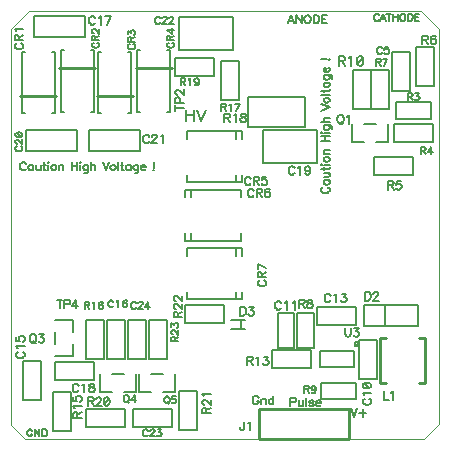
<source format=gto>
G04*
G04  File:            OPENGEIGER1.0.GTO, Sat Apr 20 15:36:22 2019*
G04  Source:          P-CAD 2004 PCB, Version 18.03.448, (C:\Users\Kent\Documents\customers\Medcom\OpenSource\OpenGeiger\OpenGeiger1.0.PCB)*
G04  Format:          Gerber Format (RS-274-D), ASCII*
G04*
G04  Format Options:  Absolute Positioning*
G04                   Leading-Zero Suppression*
G04                   Scale Factor 1:1*
G04                   NO Circular Interpolation*
G04                   Inch Units*
G04                   Numeric Format: 4.4 (XXXX.XXXX)*
G04                   G54 NOT Used for Aperture Change*
G04                   Apertures Embedded*
G04*
G04  File Options:    Offset = (0.0mil,0.0mil)*
G04                   Drill Symbol Size = 80.0mil*
G04                   No Pad/Via Holes*
G04*
G04  File Contents:   No Pads*
G04                   No Vias*
G04                   Designators*
G04                   No Types*
G04                   Values*
G04                   No Drill Symbols*
G04                   Board*
G04                   Top Silk*
G04*
%INOPENGEIGER1.0.GTO*%
%ICAS*%
%MOIN*%
G04*
G04  Aperture MACROs for general use --- invoked via D-code assignment *
G04*
G04  General MACRO for flashed round with rotation and/or offset hole *
%AMROTOFFROUND*
1,1,$1,0.0000,0.0000*
1,0,$2,$3,$4*%
G04*
G04  General MACRO for flashed oval (obround) with rotation and/or offset hole *
%AMROTOFFOVAL*
21,1,$1,$2,0.0000,0.0000,$3*
1,1,$4,$5,$6*
1,1,$4,0-$5,0-$6*
1,0,$7,$8,$9*%
G04*
G04  General MACRO for flashed oval (obround) with rotation and no hole *
%AMROTOVALNOHOLE*
21,1,$1,$2,0.0000,0.0000,$3*
1,1,$4,$5,$6*
1,1,$4,0-$5,0-$6*%
G04*
G04  General MACRO for flashed rectangle with rotation and/or offset hole *
%AMROTOFFRECT*
21,1,$1,$2,0.0000,0.0000,$3*
1,0,$4,$5,$6*%
G04*
G04  General MACRO for flashed rectangle with rotation and no hole *
%AMROTRECTNOHOLE*
21,1,$1,$2,0.0000,0.0000,$3*%
G04*
G04  General MACRO for flashed rounded-rectangle *
%AMROUNDRECT*
21,1,$1,$2-$4,0.0000,0.0000,$3*
21,1,$1-$4,$2,0.0000,0.0000,$3*
1,1,$4,$5,$6*
1,1,$4,$7,$8*
1,1,$4,0-$5,0-$6*
1,1,$4,0-$7,0-$8*
1,0,$9,$10,$11*%
G04*
G04  General MACRO for flashed rounded-rectangle with rotation and no hole *
%AMROUNDRECTNOHOLE*
21,1,$1,$2-$4,0.0000,0.0000,$3*
21,1,$1-$4,$2,0.0000,0.0000,$3*
1,1,$4,$5,$6*
1,1,$4,$7,$8*
1,1,$4,0-$5,0-$6*
1,1,$4,0-$7,0-$8*%
G04*
G04  General MACRO for flashed regular polygon *
%AMREGPOLY*
5,1,$1,0.0000,0.0000,$2,$3+$4*
1,0,$5,$6,$7*%
G04*
G04  General MACRO for flashed regular polygon with no hole *
%AMREGPOLYNOHOLE*
5,1,$1,0.0000,0.0000,$2,$3+$4*%
G04*
G04  General MACRO for target *
%AMTARGET*
6,0,0,$1,$2,$3,4,$4,$5,$6*%
G04*
G04  General MACRO for mounting hole *
%AMMTHOLE*
1,1,$1,0,0*
1,0,$2,0,0*
$1=$1-$2*
$1=$1/2*
21,1,$2+$1,$3,0,0,$4*
21,1,$3,$2+$1,0,0,$4*%
G04*
G04*
G04  D10 : "Ellipse X8.0mil Y8.0mil H0.0mil 0.0deg (0.0mil,0.0mil) Draw"*
G04  Disc: OuterDia=0.0080*
%ADD10C, 0.0080*%
G04  D11 : "Ellipse X10.0mil Y10.0mil H0.0mil 0.0deg (0.0mil,0.0mil) Draw"*
G04  Disc: OuterDia=0.0100*
%ADD11C, 0.0100*%
G04  D12 : "Ellipse X12.0mil Y12.0mil H0.0mil 0.0deg (0.0mil,0.0mil) Draw"*
G04  Disc: OuterDia=0.0120*
%ADD12C, 0.0120*%
G04  D13 : "Ellipse X15.0mil Y15.0mil H0.0mil 0.0deg (0.0mil,0.0mil) Draw"*
G04  Disc: OuterDia=0.0150*
%ADD13C, 0.0150*%
G04  D14 : "Ellipse X16.0mil Y16.0mil H0.0mil 0.0deg (0.0mil,0.0mil) Draw"*
G04  Disc: OuterDia=0.0160*
%ADD14C, 0.0160*%
G04  D15 : "Ellipse X2.0mil Y2.0mil H0.0mil 0.0deg (0.0mil,0.0mil) Draw"*
G04  Disc: OuterDia=0.0020*
%ADD15C, 0.0020*%
G04  D16 : "Ellipse X2.0mil Y2.0mil H0.0mil 0.0deg (0.0mil,0.0mil) Draw"*
G04  Disc: OuterDia=0.0020*
%ADD16C, 0.0020*%
G04  D17 : "Ellipse X20.0mil Y20.0mil H0.0mil 0.0deg (0.0mil,0.0mil) Draw"*
G04  Disc: OuterDia=0.0200*
%ADD17C, 0.0200*%
G04  D18 : "Ellipse X25.0mil Y25.0mil H0.0mil 0.0deg (0.0mil,0.0mil) Draw"*
G04  Disc: OuterDia=0.0250*
%ADD18C, 0.0250*%
G04  D19 : "Ellipse X3.9mil Y3.9mil H0.0mil 0.0deg (0.0mil,0.0mil) Draw"*
G04  Disc: OuterDia=0.0039*
%ADD19C, 0.0039*%
G04  D20 : "Ellipse X4.0mil Y4.0mil H0.0mil 0.0deg (0.0mil,0.0mil) Draw"*
G04  Disc: OuterDia=0.0040*
%ADD20C, 0.0040*%
G04  D21 : "Ellipse X5.0mil Y5.0mil H0.0mil 0.0deg (0.0mil,0.0mil) Draw"*
G04  Disc: OuterDia=0.0050*
%ADD21C, 0.0050*%
G04  D22 : "Ellipse X50.0mil Y50.0mil H0.0mil 0.0deg (0.0mil,0.0mil) Draw"*
G04  Disc: OuterDia=0.0500*
%ADD22C, 0.0500*%
G04  D23 : "Ellipse X6.0mil Y6.0mil H0.0mil 0.0deg (0.0mil,0.0mil) Draw"*
G04  Disc: OuterDia=0.0060*
%ADD23C, 0.0060*%
G04  D24 : "Ellipse X6.0mil Y6.0mil H0.0mil 0.0deg (0.0mil,0.0mil) Draw"*
G04  Disc: OuterDia=0.0060*
%ADD24C, 0.0060*%
G04  D25 : "Ellipse X7.0mil Y7.0mil H0.0mil 0.0deg (0.0mil,0.0mil) Draw"*
G04  Disc: OuterDia=0.0070*
%ADD25C, 0.0070*%
G04  D26 : "Ellipse X204.0mil Y204.0mil H0.0mil 0.0deg (0.0mil,0.0mil) Flash"*
G04  Disc: OuterDia=0.2040*
%ADD26C, 0.2040*%
G04  D27 : "Ellipse X40.0mil Y40.0mil H0.0mil 0.0deg (0.0mil,0.0mil) Flash"*
G04  Disc: OuterDia=0.0400*
%ADD27C, 0.0400*%
G04  D28 : "Ellipse X44.0mil Y44.0mil H0.0mil 0.0deg (0.0mil,0.0mil) Flash"*
G04  Disc: OuterDia=0.0440*
%ADD28C, 0.0440*%
G04  D29 : "Ellipse X60.0mil Y60.0mil H0.0mil 0.0deg (0.0mil,0.0mil) Flash"*
G04  Disc: OuterDia=0.0600*
%ADD29C, 0.0600*%
G04  D30 : "Ellipse X64.0mil Y64.0mil H0.0mil 0.0deg (0.0mil,0.0mil) Flash"*
G04  Disc: OuterDia=0.0640*
%ADD30C, 0.0640*%
G04  D31 : "Ellipse X70.0mil Y70.0mil H0.0mil 0.0deg (0.0mil,0.0mil) Flash"*
G04  Disc: OuterDia=0.0700*
%ADD31C, 0.0700*%
G04  D32 : "Ellipse X74.0mil Y74.0mil H0.0mil 0.0deg (0.0mil,0.0mil) Flash"*
G04  Disc: OuterDia=0.0740*
%ADD32C, 0.0740*%
G04  D33 : "Ellipse X80.0mil Y80.0mil H0.0mil 0.0deg (0.0mil,0.0mil) Flash"*
G04  Disc: OuterDia=0.0800*
%ADD33C, 0.0800*%
G04  D34 : "Ellipse X84.0mil Y84.0mil H0.0mil 0.0deg (0.0mil,0.0mil) Flash"*
G04  Disc: OuterDia=0.0840*
%ADD34C, 0.0840*%
G04  D35 : "Mounting Hole X200.0mil Y200.0mil H0.0mil 0.0deg (0.0mil,0.0mil) Flash"*
G04  Mounting Hole: Diameter=0.2000, Rotation=0.0, LineWidth=0.0050 *
%ADD35MTHOLE, 0.2000 X0.1800 X0.0050 X0.0*%
G04  D36 : "Oval X75.0mil Y45.0mil H0.0mil 0.0deg (0.0mil,0.0mil) Flash"*
G04  Obround: DimX=0.0750, DimY=0.0450, Rotation=0.0, OffsetX=0.0000, OffsetY=0.0000, HoleDia=0.0000 *
%ADD36O, 0.0750 X0.0450*%
G04  D37 : "Oval X30.0mil Y56.0mil H0.0mil 0.0deg (0.0mil,0.0mil) Flash"*
G04  Obround: DimX=0.0300, DimY=0.0560, Rotation=0.0, OffsetX=0.0000, OffsetY=0.0000, HoleDia=0.0000 *
%ADD37O, 0.0300 X0.0560*%
G04  D38 : "Oval X30.0mil Y86.0mil H0.0mil 0.0deg (0.0mil,0.0mil) Flash"*
G04  Obround: DimX=0.0300, DimY=0.0860, Rotation=0.0, OffsetX=0.0000, OffsetY=0.0000, HoleDia=0.0000 *
%ADD38O, 0.0300 X0.0860*%
G04  D39 : "Rounded Rectangle X80.0mil Y104.0mil H0.0mil 0.0deg (0.0mil,0.0mil) Flash"*
G04  RoundRct: DimX=0.0800, DimY=0.1040, CornerRad=0.0200, Rotation=0.0, OffsetX=0.0000, OffsetY=0.0000, HoleDia=0.0000 *
%ADD39ROUNDRECTNOHOLE, 0.0800 X0.1040 X0.0 X0.0400 X-0.0200 X-0.0320 X-0.0200 X0.0320*%
G04  D40 : "Rounded Rectangle X86.0mil Y110.0mil H0.0mil 0.0deg (0.0mil,0.0mil) Flash"*
G04  RoundRct: DimX=0.0860, DimY=0.1100, CornerRad=0.0215, Rotation=0.0, OffsetX=0.0000, OffsetY=0.0000, HoleDia=0.0000 *
%ADD40ROUNDRECTNOHOLE, 0.0860 X0.1100 X0.0 X0.0430 X-0.0215 X-0.0335 X-0.0215 X0.0335*%
G04  D41 : "Rounded Rectangle X90.0mil Y114.0mil H0.0mil 0.0deg (0.0mil,0.0mil) Flash"*
G04  RoundRct: DimX=0.0900, DimY=0.1140, CornerRad=0.0225, Rotation=0.0, OffsetX=0.0000, OffsetY=0.0000, HoleDia=0.0000 *
%ADD41ROUNDRECTNOHOLE, 0.0900 X0.1140 X0.0 X0.0450 X-0.0225 X-0.0345 X-0.0225 X0.0345*%
G04  D42 : "Rounded Rectangle X33.8mil Y33.8mil H0.0mil 0.0deg (0.0mil,0.0mil) Flash"*
G04  RoundRct: DimX=0.0338, DimY=0.0338, CornerRad=0.0084, Rotation=0.0, OffsetX=0.0000, OffsetY=0.0000, HoleDia=0.0000 *
%ADD42ROUNDRECTNOHOLE, 0.0338 X0.0338 X0.0 X0.0169 X-0.0084 X-0.0084 X-0.0084 X0.0084*%
G04  D43 : "Rounded Rectangle X39.8mil Y39.8mil H0.0mil 0.0deg (0.0mil,0.0mil) Flash"*
G04  RoundRct: DimX=0.0398, DimY=0.0398, CornerRad=0.0099, Rotation=0.0, OffsetX=0.0000, OffsetY=0.0000, HoleDia=0.0000 *
%ADD43ROUNDRECTNOHOLE, 0.0398 X0.0398 X0.0 X0.0199 X-0.0099 X-0.0099 X-0.0099 X0.0099*%
G04  D44 : "Rounded Rectangle X43.8mil Y43.8mil H0.0mil 0.0deg (0.0mil,0.0mil) Flash"*
G04  RoundRct: DimX=0.0438, DimY=0.0438, CornerRad=0.0109, Rotation=0.0, OffsetX=0.0000, OffsetY=0.0000, HoleDia=0.0000 *
%ADD44ROUNDRECTNOHOLE, 0.0438 X0.0438 X0.0 X0.0219 X-0.0109 X-0.0109 X-0.0109 X0.0109*%
G04  D45 : "Rounded Rectangle X54.0mil Y34.0mil H0.0mil 0.0deg (0.0mil,0.0mil) Flash"*
G04  RoundRct: DimX=0.0540, DimY=0.0340, CornerRad=0.0085, Rotation=0.0, OffsetX=0.0000, OffsetY=0.0000, HoleDia=0.0000 *
%ADD45ROUNDRECTNOHOLE, 0.0540 X0.0340 X0.0 X0.0170 X-0.0185 X-0.0085 X-0.0185 X0.0085*%
G04  D46 : "Rounded Rectangle X54.0mil Y42.0mil H0.0mil 0.0deg (0.0mil,0.0mil) Flash"*
G04  RoundRct: DimX=0.0540, DimY=0.0420, CornerRad=0.0105, Rotation=0.0, OffsetX=0.0000, OffsetY=0.0000, HoleDia=0.0000 *
%ADD46ROUNDRECTNOHOLE, 0.0540 X0.0420 X0.0 X0.0210 X-0.0165 X-0.0105 X-0.0165 X0.0105*%
G04  D47 : "Rounded Rectangle X60.0mil Y40.0mil H0.0mil 0.0deg (0.0mil,0.0mil) Flash"*
G04  RoundRct: DimX=0.0600, DimY=0.0400, CornerRad=0.0100, Rotation=0.0, OffsetX=0.0000, OffsetY=0.0000, HoleDia=0.0000 *
%ADD47ROUNDRECTNOHOLE, 0.0600 X0.0400 X0.0 X0.0200 X-0.0200 X-0.0100 X-0.0200 X0.0100*%
G04  D48 : "Rounded Rectangle X40.0mil Y60.0mil H0.0mil 0.0deg (0.0mil,0.0mil) Flash"*
G04  RoundRct: DimX=0.0400, DimY=0.0600, CornerRad=0.0100, Rotation=0.0, OffsetX=0.0000, OffsetY=0.0000, HoleDia=0.0000 *
%ADD48ROUNDRECTNOHOLE, 0.0400 X0.0600 X0.0 X0.0200 X-0.0100 X-0.0200 X-0.0100 X0.0200*%
G04  D49 : "Rounded Rectangle X60.0mil Y48.0mil H0.0mil 0.0deg (0.0mil,0.0mil) Flash"*
G04  RoundRct: DimX=0.0600, DimY=0.0480, CornerRad=0.0120, Rotation=0.0, OffsetX=0.0000, OffsetY=0.0000, HoleDia=0.0000 *
%ADD49ROUNDRECTNOHOLE, 0.0600 X0.0480 X0.0 X0.0240 X-0.0180 X-0.0120 X-0.0180 X0.0120*%
G04  D50 : "Rounded Rectangle X64.0mil Y44.0mil H0.0mil 0.0deg (0.0mil,0.0mil) Flash"*
G04  RoundRct: DimX=0.0640, DimY=0.0440, CornerRad=0.0110, Rotation=0.0, OffsetX=0.0000, OffsetY=0.0000, HoleDia=0.0000 *
%ADD50ROUNDRECTNOHOLE, 0.0640 X0.0440 X0.0 X0.0220 X-0.0210 X-0.0110 X-0.0210 X0.0110*%
G04  D51 : "Rounded Rectangle X44.0mil Y64.0mil H0.0mil 0.0deg (0.0mil,0.0mil) Flash"*
G04  RoundRct: DimX=0.0440, DimY=0.0640, CornerRad=0.0110, Rotation=0.0, OffsetX=0.0000, OffsetY=0.0000, HoleDia=0.0000 *
%ADD51ROUNDRECTNOHOLE, 0.0440 X0.0640 X0.0 X0.0220 X-0.0110 X-0.0210 X-0.0110 X0.0210*%
G04  D52 : "Rounded Rectangle X64.0mil Y52.0mil H0.0mil 0.0deg (0.0mil,0.0mil) Flash"*
G04  RoundRct: DimX=0.0640, DimY=0.0520, CornerRad=0.0130, Rotation=0.0, OffsetX=0.0000, OffsetY=0.0000, HoleDia=0.0000 *
%ADD52ROUNDRECTNOHOLE, 0.0640 X0.0520 X0.0 X0.0260 X-0.0190 X-0.0130 X-0.0190 X0.0130*%
G04  D53 : "Rectangle X80.0mil Y104.0mil H0.0mil 0.0deg (0.0mil,0.0mil) Flash"*
G04  Rectangular: DimX=0.0800, DimY=0.1040, Rotation=0.0, OffsetX=0.0000, OffsetY=0.0000, HoleDia=0.0000 *
%ADD53R, 0.0800 X0.1040*%
G04  D54 : "Rectangle X86.0mil Y110.0mil H0.0mil 0.0deg (0.0mil,0.0mil) Flash"*
G04  Rectangular: DimX=0.0860, DimY=0.1100, Rotation=0.0, OffsetX=0.0000, OffsetY=0.0000, HoleDia=0.0000 *
%ADD54R, 0.0860 X0.1100*%
G04  D55 : "Rectangle X90.0mil Y114.0mil H0.0mil 0.0deg (0.0mil,0.0mil) Flash"*
G04  Rectangular: DimX=0.0900, DimY=0.1140, Rotation=0.0, OffsetX=0.0000, OffsetY=0.0000, HoleDia=0.0000 *
%ADD55R, 0.0900 X0.1140*%
G04  D56 : "Rectangle X13.7mil Y17.6mil H0.0mil 0.0deg (0.0mil,0.0mil) Flash"*
G04  Rectangular: DimX=0.0137, DimY=0.0176, Rotation=0.0, OffsetX=0.0000, OffsetY=0.0000, HoleDia=0.0000 *
%ADD56R, 0.0137 X0.0176*%
G04  D57 : "Rectangle X17.6mil Y13.7mil H0.0mil 0.0deg (0.0mil,0.0mil) Flash"*
G04  Rectangular: DimX=0.0176, DimY=0.0137, Rotation=0.0, OffsetX=0.0000, OffsetY=0.0000, HoleDia=0.0000 *
%ADD57R, 0.0176 X0.0137*%
G04  D58 : "Rectangle X19.7mil Y23.6mil H0.0mil 0.0deg (0.0mil,0.0mil) Flash"*
G04  Rectangular: DimX=0.0197, DimY=0.0236, Rotation=0.0, OffsetX=0.0000, OffsetY=0.0000, HoleDia=0.0000 *
%ADD58R, 0.0197 X0.0236*%
G04  D59 : "Rectangle X23.6mil Y19.7mil H0.0mil 0.0deg (0.0mil,0.0mil) Flash"*
G04  Rectangular: DimX=0.0236, DimY=0.0197, Rotation=0.0, OffsetX=0.0000, OffsetY=0.0000, HoleDia=0.0000 *
%ADD59R, 0.0236 X0.0197*%
G04  D60 : "Rectangle X23.7mil Y27.6mil H0.0mil 0.0deg (0.0mil,0.0mil) Flash"*
G04  Rectangular: DimX=0.0237, DimY=0.0276, Rotation=0.0, OffsetX=0.0000, OffsetY=0.0000, HoleDia=0.0000 *
%ADD60R, 0.0237 X0.0276*%
G04  D61 : "Rectangle X27.6mil Y23.7mil H0.0mil 0.0deg (0.0mil,0.0mil) Flash"*
G04  Rectangular: DimX=0.0276, DimY=0.0237, Rotation=0.0, OffsetX=0.0000, OffsetY=0.0000, HoleDia=0.0000 *
%ADD61R, 0.0276 X0.0237*%
G04  D62 : "Rectangle X26.0mil Y34.0mil H0.0mil 0.0deg (0.0mil,0.0mil) Flash"*
G04  Rectangular: DimX=0.0260, DimY=0.0340, Rotation=0.0, OffsetX=0.0000, OffsetY=0.0000, HoleDia=0.0000 *
%ADD62R, 0.0260 X0.0340*%
G04  D63 : "Rectangle X34.0mil Y26.0mil H0.0mil 0.0deg (0.0mil,0.0mil) Flash"*
G04  Rectangular: DimX=0.0340, DimY=0.0260, Rotation=0.0, OffsetX=0.0000, OffsetY=0.0000, HoleDia=0.0000 *
%ADD63R, 0.0340 X0.0260*%
G04  D64 : "Rectangle X22.0mil Y30.0mil H0.0mil 0.0deg (0.0mil,0.0mil) Flash"*
G04  Rectangular: DimX=0.0220, DimY=0.0300, Rotation=0.0, OffsetX=0.0000, OffsetY=0.0000, HoleDia=0.0000 *
%ADD64R, 0.0220 X0.0300*%
G04  D65 : "Rectangle X32.0mil Y40.0mil H0.0mil 0.0deg (0.0mil,0.0mil) Flash"*
G04  Rectangular: DimX=0.0320, DimY=0.0400, Rotation=0.0, OffsetX=0.0000, OffsetY=0.0000, HoleDia=0.0000 *
%ADD65R, 0.0320 X0.0400*%
G04  D66 : "Rectangle X40.0mil Y32.0mil H0.0mil 0.0deg (0.0mil,0.0mil) Flash"*
G04  Rectangular: DimX=0.0400, DimY=0.0320, Rotation=0.0, OffsetX=0.0000, OffsetY=0.0000, HoleDia=0.0000 *
%ADD66R, 0.0400 X0.0320*%
G04  D67 : "Rectangle X28.0mil Y36.0mil H0.0mil 0.0deg (0.0mil,0.0mil) Flash"*
G04  Rectangular: DimX=0.0280, DimY=0.0360, Rotation=0.0, OffsetX=0.0000, OffsetY=0.0000, HoleDia=0.0000 *
%ADD67R, 0.0280 X0.0360*%
G04  D68 : "Rectangle X36.0mil Y44.0mil H0.0mil 0.0deg (0.0mil,0.0mil) Flash"*
G04  Rectangular: DimX=0.0360, DimY=0.0440, Rotation=0.0, OffsetX=0.0000, OffsetY=0.0000, HoleDia=0.0000 *
%ADD68R, 0.0360 X0.0440*%
G04  D69 : "Rectangle X44.0mil Y36.0mil H0.0mil 0.0deg (0.0mil,0.0mil) Flash"*
G04  Rectangular: DimX=0.0440, DimY=0.0360, Rotation=0.0, OffsetX=0.0000, OffsetY=0.0000, HoleDia=0.0000 *
%ADD69R, 0.0440 X0.0360*%
G04  D70 : "Rectangle X44.0mil Y34.0mil H0.0mil 0.0deg (0.0mil,0.0mil) Flash"*
G04  Rectangular: DimX=0.0440, DimY=0.0340, Rotation=0.0, OffsetX=0.0000, OffsetY=0.0000, HoleDia=0.0000 *
%ADD70R, 0.0440 X0.0340*%
G04  D71 : "Rectangle X34.0mil Y44.0mil H0.0mil 0.0deg (0.0mil,0.0mil) Flash"*
G04  Rectangular: DimX=0.0340, DimY=0.0440, Rotation=0.0, OffsetX=0.0000, OffsetY=0.0000, HoleDia=0.0000 *
%ADD71R, 0.0340 X0.0440*%
G04  D72 : "Rectangle X50.0mil Y40.0mil H0.0mil 0.0deg (0.0mil,0.0mil) Flash"*
G04  Rectangular: DimX=0.0500, DimY=0.0400, Rotation=0.0, OffsetX=0.0000, OffsetY=0.0000, HoleDia=0.0000 *
%ADD72R, 0.0500 X0.0400*%
G04  D73 : "Rectangle X40.0mil Y50.0mil H0.0mil 0.0deg (0.0mil,0.0mil) Flash"*
G04  Rectangular: DimX=0.0400, DimY=0.0500, Rotation=0.0, OffsetX=0.0000, OffsetY=0.0000, HoleDia=0.0000 *
%ADD73R, 0.0400 X0.0500*%
G04  D74 : "Rectangle X54.0mil Y42.0mil H0.0mil 0.0deg (0.0mil,0.0mil) Flash"*
G04  Rectangular: DimX=0.0540, DimY=0.0420, Rotation=0.0, OffsetX=0.0000, OffsetY=0.0000, HoleDia=0.0000 *
%ADD74R, 0.0540 X0.0420*%
G04  D75 : "Rectangle X54.0mil Y44.0mil H0.0mil 0.0deg (0.0mil,0.0mil) Flash"*
G04  Rectangular: DimX=0.0540, DimY=0.0440, Rotation=0.0, OffsetX=0.0000, OffsetY=0.0000, HoleDia=0.0000 *
%ADD75R, 0.0540 X0.0440*%
G04  D76 : "Rectangle X44.0mil Y54.0mil H0.0mil 0.0deg (0.0mil,0.0mil) Flash"*
G04  Rectangular: DimX=0.0440, DimY=0.0540, Rotation=0.0, OffsetX=0.0000, OffsetY=0.0000, HoleDia=0.0000 *
%ADD76R, 0.0440 X0.0540*%
G04  D77 : "Rectangle X94.0mil Y59.0mil H0.0mil 0.0deg (0.0mil,0.0mil) Flash"*
G04  Rectangular: DimX=0.0940, DimY=0.0590, Rotation=0.0, OffsetX=0.0000, OffsetY=0.0000, HoleDia=0.0000 *
%ADD77R, 0.0940 X0.0590*%
G04  D78 : "Rectangle X40.0mil Y60.0mil H0.0mil 0.0deg (0.0mil,0.0mil) Flash"*
G04  Rectangular: DimX=0.0400, DimY=0.0600, Rotation=0.0, OffsetX=0.0000, OffsetY=0.0000, HoleDia=0.0000 *
%ADD78R, 0.0400 X0.0600*%
G04  D79 : "Rectangle X60.0mil Y48.0mil H0.0mil 0.0deg (0.0mil,0.0mil) Flash"*
G04  Rectangular: DimX=0.0600, DimY=0.0480, Rotation=0.0, OffsetX=0.0000, OffsetY=0.0000, HoleDia=0.0000 *
%ADD79R, 0.0600 X0.0480*%
G04  D80 : "Rectangle X44.0mil Y64.0mil H0.0mil 0.0deg (0.0mil,0.0mil) Flash"*
G04  Rectangular: DimX=0.0440, DimY=0.0640, Rotation=0.0, OffsetX=0.0000, OffsetY=0.0000, HoleDia=0.0000 *
%ADD80R, 0.0440 X0.0640*%
G04  D81 : "Rectangle X64.0mil Y52.0mil H0.0mil 0.0deg (0.0mil,0.0mil) Flash"*
G04  Rectangular: DimX=0.0640, DimY=0.0520, Rotation=0.0, OffsetX=0.0000, OffsetY=0.0000, HoleDia=0.0000 *
%ADD81R, 0.0640 X0.0520*%
G04  D82 : "Rectangle X100.0mil Y65.0mil H0.0mil 0.0deg (0.0mil,0.0mil) Flash"*
G04  Rectangular: DimX=0.1000, DimY=0.0650, Rotation=0.0, OffsetX=0.0000, OffsetY=0.0000, HoleDia=0.0000 *
%ADD82R, 0.1000 X0.0650*%
G04  D83 : "Rectangle X104.0mil Y69.0mil H0.0mil 0.0deg (0.0mil,0.0mil) Flash"*
G04  Rectangular: DimX=0.1040, DimY=0.0690, Rotation=0.0, OffsetX=0.0000, OffsetY=0.0000, HoleDia=0.0000 *
%ADD83R, 0.1040 X0.0690*%
G04  D84 : "Rectangle X70.0mil Y70.0mil H0.0mil 0.0deg (0.0mil,0.0mil) Flash"*
G04  Square: Side=0.0700, Rotation=0.0, OffsetX=0.0000, OffsetY=0.0000, HoleDia=0.0000*
%ADD84R, 0.0700 X0.0700*%
G04  D85 : "Rectangle X74.0mil Y20.0mil H0.0mil 0.0deg (0.0mil,0.0mil) Flash"*
G04  Rectangular: DimX=0.0740, DimY=0.0200, Rotation=0.0, OffsetX=0.0000, OffsetY=0.0000, HoleDia=0.0000 *
%ADD85R, 0.0740 X0.0200*%
G04  D86 : "Rectangle X74.0mil Y74.0mil H0.0mil 0.0deg (0.0mil,0.0mil) Flash"*
G04  Square: Side=0.0740, Rotation=0.0, OffsetX=0.0000, OffsetY=0.0000, HoleDia=0.0000*
%ADD86R, 0.0740 X0.0740*%
G04  D87 : "Rectangle X80.0mil Y26.0mil H0.0mil 0.0deg (0.0mil,0.0mil) Flash"*
G04  Rectangular: DimX=0.0800, DimY=0.0260, Rotation=0.0, OffsetX=0.0000, OffsetY=0.0000, HoleDia=0.0000 *
%ADD87R, 0.0800 X0.0260*%
G04  D88 : "Rectangle X84.0mil Y30.0mil H0.0mil 0.0deg (0.0mil,0.0mil) Flash"*
G04  Rectangular: DimX=0.0840, DimY=0.0300, Rotation=0.0, OffsetX=0.0000, OffsetY=0.0000, HoleDia=0.0000 *
%ADD88R, 0.0840 X0.0300*%
G04  D89 : "Rectangle X40.0mil Y90.0mil H0.0mil 0.0deg (0.0mil,0.0mil) Flash"*
G04  Rectangular: DimX=0.0400, DimY=0.0900, Rotation=0.0, OffsetX=0.0000, OffsetY=0.0000, HoleDia=0.0000 *
%ADD89R, 0.0400 X0.0900*%
G04  D90 : "Rectangle X80.0mil Y90.0mil H0.0mil 0.0deg (0.0mil,0.0mil) Flash"*
G04  Rectangular: DimX=0.0800, DimY=0.0900, Rotation=0.0, OffsetX=0.0000, OffsetY=0.0000, HoleDia=0.0000 *
%ADD90R, 0.0800 X0.0900*%
G04  D91 : "Rectangle X44.0mil Y94.0mil H0.0mil 0.0deg (0.0mil,0.0mil) Flash"*
G04  Rectangular: DimX=0.0440, DimY=0.0940, Rotation=0.0, OffsetX=0.0000, OffsetY=0.0000, HoleDia=0.0000 *
%ADD91R, 0.0440 X0.0940*%
G04  D92 : "Rectangle X84.0mil Y94.0mil H0.0mil 0.0deg (0.0mil,0.0mil) Flash"*
G04  Rectangular: DimX=0.0840, DimY=0.0940, Rotation=0.0, OffsetX=0.0000, OffsetY=0.0000, HoleDia=0.0000 *
%ADD92R, 0.0840 X0.0940*%
G04  D93 : "Ellipse X30.0mil Y30.0mil H0.0mil 0.0deg (0.0mil,0.0mil) Flash"*
G04  Disc: OuterDia=0.0300*
%ADD93C, 0.0300*%
G04  D94 : "Ellipse X34.0mil Y34.0mil H0.0mil 0.0deg (0.0mil,0.0mil) Flash"*
G04  Disc: OuterDia=0.0340*
%ADD94C, 0.0340*%
G04*
%FSLAX44Y44*%
%SFA1B1*%
%OFA0.0000B0.0000*%
G04*
G70*
G90*
G01*
D2*
%LNBoard*%
D20*
X9900Y14350*
X10350Y13900D1*
X10500Y28150D2*
X9900Y27550D1*
Y14350*
X24150Y14400D2*
Y27550D1*
X23650Y13900D2*
X24150Y14400D1*
X23550Y28150D2*
X24150Y27550D1*
X10350Y13900D2*
X23650D1*
X23550Y28150D2*
X10500D1*
%LNTop Silk*%
D2*
D24*
X19203Y15125*
X19322D1*
X19362Y15139*
X19375Y15152*
X19389Y15178*
Y15218*
X19375Y15245*
X19362Y15258*
X19322Y15271*
X19203*
Y14992*
X19482Y15178D2*
Y15046D1*
X19495Y15006*
X19521Y14992*
X19561*
X19588Y15006*
X19628Y15046*
Y15178D2*
Y14992D1*
X19734Y15271D2*
Y14992D1*
X19973Y15139D2*
X19960Y15165D1*
X19920Y15178*
X19880*
X19840Y15165*
X19827Y15139*
X19840Y15112*
X19867Y15099*
X19933Y15085*
X19960Y15072*
X19973Y15046*
Y15032*
X19960Y15006*
X19920Y14992*
X19880*
X19840Y15006*
X19827Y15032*
X20053Y15099D2*
X20212D1*
Y15125*
X20199Y15152*
X20186Y15165*
X20159Y15178*
X20119*
X20093Y15165*
X20066Y15139*
X20053Y15099*
Y15072*
X20066Y15032*
X20093Y15006*
X20119Y14992*
X20159*
X20186Y15006*
X20212Y15032*
X21213Y14917D2*
X21318Y14641D1*
X21423Y14917*
X21606Y14878D2*
Y14641D1*
X21488Y14760D2*
X21724D1*
X20297Y22286D2*
X20270Y22273D1*
X20244Y22247*
X20231Y22221*
Y22168*
X20244Y22142*
X20270Y22115*
X20297Y22102*
X20336Y22089*
X20402*
X20442Y22102*
X20468Y22115*
X20494Y22142*
X20507Y22168*
Y22221*
X20494Y22247*
X20468Y22273*
X20442Y22286*
X20323Y22523D2*
X20507D1*
X20363D2*
X20336Y22497D1*
X20323Y22471*
Y22431*
X20336Y22405*
X20363Y22379*
X20402Y22365*
X20428*
X20468Y22379*
X20494Y22405*
X20507Y22431*
Y22471*
X20494Y22497*
X20468Y22523*
X20323Y22629D2*
X20455D1*
X20494Y22642*
X20507Y22668*
Y22708*
X20494Y22734*
X20455Y22773*
X20323D2*
X20507D1*
X20231Y22892D2*
X20455D1*
X20494Y22905*
X20507Y22931*
Y22958*
X20323Y22852D2*
Y22945D1*
X20231Y23024D2*
X20244Y23037D1*
X20231Y23050*
X20218Y23037*
X20231Y23024*
X20323Y23037D2*
X20507D1*
X20323Y23195D2*
X20336Y23168D1*
X20363Y23142*
X20402Y23129*
X20428*
X20468Y23142*
X20494Y23168*
X20507Y23195*
Y23234*
X20494Y23260*
X20468Y23287*
X20428Y23300*
X20402*
X20363Y23287*
X20336Y23260*
X20323Y23234*
Y23195*
Y23392D2*
X20507D1*
X20376D2*
X20336Y23432D1*
X20323Y23458*
Y23497*
X20336Y23524*
X20376Y23537*
X20507*
X20231Y23813D2*
X20507D1*
X20231Y23998D2*
X20507D1*
X20363Y23813D2*
Y23998D1*
X20231Y24090D2*
X20244Y24103D1*
X20231Y24116*
X20218Y24103*
X20231Y24090*
X20323Y24103D2*
X20507D1*
X20323Y24353D2*
X20534D1*
X20573Y24340*
X20586Y24327*
X20600Y24300*
Y24261*
X20586Y24235*
X20363Y24353D2*
X20336Y24327D1*
X20323Y24300*
Y24261*
X20336Y24235*
X20363Y24208*
X20402Y24195*
X20428*
X20468Y24208*
X20494Y24235*
X20507Y24261*
Y24300*
X20494Y24327*
X20468Y24353*
X20231Y24458D2*
X20507D1*
X20376D2*
X20336Y24498D1*
X20323Y24524*
Y24564*
X20336Y24590*
X20376Y24603*
X20507*
X20231Y24840D2*
X20507Y24945D1*
X20231Y25051*
X20323Y25169D2*
X20336Y25143D1*
X20363Y25116*
X20402Y25103*
X20428*
X20468Y25116*
X20494Y25143*
X20507Y25169*
Y25209*
X20494Y25235*
X20468Y25261*
X20428Y25274*
X20402*
X20363Y25261*
X20336Y25235*
X20323Y25209*
Y25169*
X20231Y25367D2*
X20507D1*
X20231Y25485D2*
X20455D1*
X20494Y25498*
X20507Y25525*
Y25551*
X20323Y25446D2*
Y25538D1*
Y25775D2*
X20507D1*
X20363D2*
X20336Y25748D1*
X20323Y25722*
Y25682*
X20336Y25656*
X20363Y25630*
X20402Y25617*
X20428*
X20468Y25630*
X20494Y25656*
X20507Y25682*
Y25722*
X20494Y25748*
X20468Y25775*
X20323Y26025D2*
X20534D1*
X20573Y26012*
X20586Y25998*
X20600Y25972*
Y25933*
X20586Y25906*
X20363Y26025D2*
X20336Y25998D1*
X20323Y25972*
Y25933*
X20336Y25906*
X20363Y25880*
X20402Y25867*
X20428*
X20468Y25880*
X20494Y25906*
X20507Y25933*
Y25972*
X20494Y25998*
X20468Y26025*
X20402Y26117D2*
Y26275D1*
X20376*
X20349Y26262*
X20336Y26248*
X20323Y26222*
Y26183*
X20336Y26156*
X20363Y26130*
X20402Y26117*
X20428*
X20468Y26130*
X20494Y26156*
X20507Y26183*
Y26222*
X20494Y26248*
X20468Y26275*
X20231Y26551D2*
X20415D1*
X20481D2*
X20494Y26538D1*
X20507Y26551*
X20494Y26564*
X20481Y26551*
X18140Y15257D2*
X18126Y15283D1*
X18100Y15310*
X18073Y15323*
X18020*
X17993Y15310*
X17966Y15283*
X17953Y15257*
X17940Y15217*
Y15150*
X17953Y15110*
X17966Y15083*
X17993Y15056*
X18020Y15043*
X18073*
X18100Y15056*
X18126Y15083*
X18140Y15110*
Y15150*
X18073*
X18233Y15230D2*
Y15043D1*
Y15176D2*
X18273Y15217D1*
X18300Y15230*
X18340*
X18367Y15217*
X18380Y15176*
Y15043*
X18634Y15323D2*
Y15043D1*
Y15190D2*
X18607Y15217D1*
X18580Y15230*
X18540*
X18514Y15217*
X18487Y15190*
X18474Y15150*
Y15123*
X18487Y15083*
X18514Y15056*
X18540Y15043*
X18580*
X18607Y15056*
X18634Y15083*
X10386Y23052D2*
X10373Y23079D1*
X10347Y23105*
X10321Y23118*
X10268*
X10242Y23105*
X10215Y23079*
X10202Y23052*
X10189Y23013*
Y22947*
X10202Y22907*
X10215Y22881*
X10242Y22855*
X10268Y22842*
X10321*
X10347Y22855*
X10373Y22881*
X10386Y22907*
X10623Y23026D2*
Y22842D1*
Y22986D2*
X10597Y23013D1*
X10571Y23026*
X10531*
X10505Y23013*
X10479Y22986*
X10465Y22947*
Y22921*
X10479Y22881*
X10505Y22855*
X10531Y22842*
X10571*
X10597Y22855*
X10623Y22881*
X10729Y23026D2*
Y22894D1*
X10742Y22855*
X10768Y22842*
X10808*
X10834Y22855*
X10873Y22894*
Y23026D2*
Y22842D1*
X10992Y23118D2*
Y22894D1*
X11005Y22855*
X11031Y22842*
X11058*
X10952Y23026D2*
X11045D1*
X11124Y23118D2*
X11137Y23105D1*
X11150Y23118*
X11137Y23131*
X11124Y23118*
X11137Y23026D2*
Y22842D1*
X11295Y23026D2*
X11268Y23013D1*
X11242Y22986*
X11229Y22947*
Y22921*
X11242Y22881*
X11268Y22855*
X11295Y22842*
X11334*
X11360Y22855*
X11387Y22881*
X11400Y22921*
Y22947*
X11387Y22986*
X11360Y23013*
X11334Y23026*
X11295*
X11492D2*
Y22842D1*
Y22973D2*
X11532Y23013D1*
X11558Y23026*
X11597*
X11624Y23013*
X11637Y22973*
Y22842*
X11913Y23118D2*
Y22842D1*
X12098Y23118D2*
Y22842D1*
X11913Y22986D2*
X12098D1*
X12190Y23118D2*
X12203Y23105D1*
X12216Y23118*
X12203Y23131*
X12190Y23118*
X12203Y23026D2*
Y22842D1*
X12453Y23026D2*
Y22815D1*
X12440Y22776*
X12427Y22763*
X12400Y22750*
X12361*
X12335Y22763*
X12453Y22986D2*
X12427Y23013D1*
X12400Y23026*
X12361*
X12335Y23013*
X12308Y22986*
X12295Y22947*
Y22921*
X12308Y22881*
X12335Y22855*
X12361Y22842*
X12400*
X12427Y22855*
X12453Y22881*
X12558Y23118D2*
Y22842D1*
Y22973D2*
X12598Y23013D1*
X12624Y23026*
X12664*
X12690Y23013*
X12703Y22973*
Y22842*
X12940Y23118D2*
X13045Y22842D1*
X13151Y23118*
X13269Y23026D2*
X13243Y23013D1*
X13216Y22986*
X13203Y22947*
Y22921*
X13216Y22881*
X13243Y22855*
X13269Y22842*
X13309*
X13335Y22855*
X13361Y22881*
X13374Y22921*
Y22947*
X13361Y22986*
X13335Y23013*
X13309Y23026*
X13269*
X13467Y23118D2*
Y22842D1*
X13585Y23118D2*
Y22894D1*
X13598Y22855*
X13625Y22842*
X13651*
X13546Y23026D2*
X13638D1*
X13875D2*
Y22842D1*
Y22986D2*
X13848Y23013D1*
X13822Y23026*
X13782*
X13756Y23013*
X13730Y22986*
X13717Y22947*
Y22921*
X13730Y22881*
X13756Y22855*
X13782Y22842*
X13822*
X13848Y22855*
X13875Y22881*
X14125Y23026D2*
Y22815D1*
X14112Y22776*
X14098Y22763*
X14072Y22750*
X14033*
X14006Y22763*
X14125Y22986D2*
X14098Y23013D1*
X14072Y23026*
X14033*
X14006Y23013*
X13980Y22986*
X13967Y22947*
Y22921*
X13980Y22881*
X14006Y22855*
X14033Y22842*
X14072*
X14098Y22855*
X14125Y22881*
X14217Y22947D2*
X14375D1*
Y22973*
X14362Y23000*
X14348Y23013*
X14322Y23026*
X14283*
X14256Y23013*
X14230Y22986*
X14217Y22947*
Y22921*
X14230Y22881*
X14256Y22855*
X14283Y22842*
X14322*
X14348Y22855*
X14375Y22881*
X14651Y23118D2*
Y22934D1*
Y22868D2*
X14638Y22855D1*
X14651Y22842*
X14664Y22855*
X14651Y22868*
D2*
D25*
X10300Y16500*
X10900D1*
Y15200D2*
X10300D1*
Y16500*
X10900D2*
Y15200D1*
D2*
D11*
D24*
X10129Y16790*
X10102Y16776D1*
X10075Y16750*
X10062Y16723*
Y16670*
X10075Y16643*
X10102Y16616*
X10129Y16603*
X10169Y16590*
X10236*
X10276Y16603*
X10302Y16616*
X10329Y16643*
X10342Y16670*
Y16723*
X10329Y16750*
X10302Y16776*
X10276Y16790*
X10115Y16910D2*
X10102Y16936D1*
X10062Y16976*
X10342*
X10062Y17297D2*
Y17163D1*
X10182Y17150*
X10169Y17163*
X10156Y17203*
Y17243*
X10169Y17283*
X10196Y17310*
X10236Y17323*
X10262*
X10302Y17310*
X10329Y17283*
X10342Y17243*
Y17203*
X10329Y17163*
X10316Y17150*
X10289Y17137*
D2*
D25*
X16900Y26500*
X17500D1*
Y25200D2*
X16900D1*
Y26500*
X17500D2*
Y25200D1*
D2*
D11*
D24*
X16895Y24953*
X16998D1*
X17032Y24964*
X17044Y24976*
X17055Y24999*
Y25021*
X17044Y25044*
X17032Y25056*
X16998Y25067*
X16895*
Y24827*
X16975Y24953D2*
X17055Y24827D1*
X17158Y25021D2*
X17181Y25033D1*
X17215Y25067*
Y24827*
X17398D2*
X17513Y25067D1*
X17353*
D2*
D11*
D25*
X15350Y26000*
Y26600D1*
X16650D2*
Y26000D1*
X15350*
Y26600D2*
X16650D1*
D2*
D11*
D24*
X15545Y25803*
X15648D1*
X15682Y25814*
X15694Y25826*
X15705Y25849*
Y25871*
X15694Y25894*
X15682Y25906*
X15648Y25917*
X15545*
Y25677*
X15625Y25803D2*
X15705Y25677D1*
X15808Y25871D2*
X15831Y25883D1*
X15865Y25917*
Y25677*
X16151Y25837D2*
X16140Y25803D1*
X16117Y25780*
X16083Y25769*
X16071*
X16037Y25780*
X16014Y25803*
X16003Y25837*
Y25849*
X16014Y25883*
X16037Y25906*
X16071Y25917*
X16083*
X16117Y25906*
X16140Y25883*
X16151Y25837*
Y25780*
X16140Y25723*
X16117Y25689*
X16083Y25677*
X16060*
X16026Y25689*
X16014Y25711*
D2*
D11*
D25*
X15725Y24875*
Y24481D1*
X15987Y24875D2*
Y24481D1*
X15725Y24687D2*
X15987D1*
X16081Y24875D2*
X16231Y24481D1*
X16381Y24875*
D2*
D24*
X15362Y24932*
X15642D1*
X15362Y24839D2*
Y25026D1*
X15509Y25093D2*
Y25213D1*
X15495Y25253*
X15482Y25266*
X15455Y25280*
X15415*
X15388Y25266*
X15375Y25253*
X15362Y25213*
Y25093*
X15642*
X15428Y25373D2*
X15415D1*
X15388Y25387*
X15375Y25400*
X15362Y25427*
Y25480*
X15375Y25507*
X15388Y25520*
X15415Y25533*
X15442*
X15469Y25520*
X15509Y25493*
X15642Y25360*
Y25547*
D2*
D11*
D25*
D11*
X23500Y17250*
X23700D1*
X23500Y15750D2*
X23700D1*
X22200Y17250D2*
X22400D1*
X22200Y15750D2*
X22400D1*
X23700D2*
Y17250D1*
X22200D2*
Y15750D1*
D2*
D24*
D11*
D24*
X22311Y15491*
Y15208D1*
X22473*
X22567Y15437D2*
X22594Y15450D1*
X22634Y15491*
Y15208*
D2*
D25*
X23300Y23300*
Y22700D1*
X22000D2*
Y23300D1*
X23300*
Y22700D2*
X22000D1*
D2*
D11*
D24*
X22453Y22355*
X22574D1*
X22615Y22369*
X22628Y22382*
X22642Y22409*
Y22436*
X22628Y22463*
X22615Y22476*
X22574Y22490*
X22453*
Y22207*
X22547Y22355D2*
X22642Y22207D1*
X22884Y22490D2*
X22749D1*
X22736Y22369*
X22749Y22382*
X22790Y22396*
X22830*
X22870Y22382*
X22897Y22355*
X22911Y22315*
Y22288*
X22897Y22248*
X22870Y22221*
X22830Y22207*
X22790*
X22749Y22221*
X22736Y22234*
X22722Y22261*
D2*
D11*
D24*
X23890Y24574*
X22709D1*
Y25125D2*
X23890D1*
Y24574*
X22709D2*
Y25125D1*
D2*
D23*
D11*
D24*
X23115Y25305*
X23219D1*
X23253Y25316*
X23265Y25328*
X23276Y25351*
Y25374*
X23265Y25397*
X23253Y25408*
X23219Y25420*
X23115*
Y25178*
X23196Y25305D2*
X23276Y25178D1*
X23369Y25420D2*
X23496D1*
X23426Y25328*
X23461*
X23484Y25316*
X23496Y25305*
X23507Y25270*
Y25247*
X23496Y25212*
X23472Y25189*
X23438Y25178*
X23403*
X23369Y25189*
X23357Y25201*
X23346Y25224*
D2*
D25*
X22500Y24900*
X21900D1*
Y26200D2*
X22500D1*
Y24900*
X21900D2*
Y26200D1*
D2*
D11*
D24*
X22046Y26455*
X22149D1*
X22184Y26466*
X22196Y26478*
X22207Y26501*
Y26524*
X22196Y26547*
X22184Y26558*
X22149Y26570*
X22046*
Y26328*
X22126Y26455D2*
X22207Y26328D1*
X22322D2*
X22438Y26570D1*
X22276*
X10602Y14158D2*
X10591Y14181D1*
X10568Y14203*
X10546Y14215*
X10501*
X10478Y14203*
X10456Y14181*
X10445Y14158*
X10433Y14125*
Y14068*
X10445Y14035*
X10456Y14012*
X10478Y13990*
X10501Y13978*
X10546*
X10568Y13990*
X10591Y14012*
X10602Y14035*
Y14068*
X10546*
X10838Y14215D2*
Y13978D1*
X10681Y14215*
Y13978*
X10928Y14215D2*
Y13978D1*
X11007*
X11041Y13990*
X11063Y14012*
X11074Y14035*
X11086Y14068*
Y14125*
X11074Y14158*
X11063Y14181*
X11041Y14203*
X11007Y14215*
X10928*
D2*
D25*
X12400Y14300*
Y14900D1*
X13700D2*
Y14300D1*
X12400*
Y14900D2*
X13700D1*
D2*
D11*
D24*
X12453Y15153*
X12573D1*
X12613Y15167*
X12626Y15180*
X12640Y15207*
Y15234*
X12626Y15260*
X12613Y15274*
X12573Y15287*
X12453*
Y15007*
X12546Y15153D2*
X12640Y15007D1*
X12733Y15220D2*
Y15234D1*
X12746Y15260*
X12760Y15274*
X12786Y15287*
X12840*
X12867Y15274*
X12880Y15260*
X12893Y15234*
Y15207*
X12880Y15180*
X12853Y15140*
X12720Y15007*
X12907*
X13067Y15287D2*
X13027Y15274D1*
X13000Y15234*
X12987Y15167*
Y15127*
X13000Y15060*
X13027Y15020*
X13067Y15007*
X13093*
X13133Y15020*
X13160Y15060*
X13173Y15127*
Y15167*
X13160Y15234*
X13133Y15274*
X13093Y15287*
X13067*
X13160Y15234D2*
X13000Y15060D1*
D2*
D11*
D25*
X13800Y17850*
X14400D1*
Y16550D2*
X13800D1*
Y17850*
X14400D2*
Y16550D1*
D2*
D11*
D24*
X14055Y18410*
X14044Y18433D1*
X14021Y18456*
X13998Y18467*
X13952*
X13930Y18456*
X13907Y18433*
X13895Y18410*
X13884Y18376*
Y18319*
X13895Y18284*
X13907Y18261*
X13930Y18239*
X13952Y18227*
X13998*
X14021Y18239*
X14044Y18261*
X14055Y18284*
X14135Y18410D2*
Y18421D1*
X14147Y18444*
X14158Y18456*
X14181Y18467*
X14227*
X14250Y18456*
X14261Y18444*
X14273Y18421*
Y18399*
X14261Y18376*
X14238Y18341*
X14124Y18227*
X14284*
X14467D2*
Y18467D1*
X14353Y18307*
X14524*
D2*
D11*
D25*
X13100Y17850*
X13700D1*
Y16550D2*
X13100D1*
Y17850*
X13700D2*
Y16550D1*
D2*
D11*
D24*
X13305Y18460*
X13294Y18483D1*
X13271Y18506*
X13248Y18517*
X13202*
X13180Y18506*
X13157Y18483*
X13145Y18460*
X13134Y18426*
Y18369*
X13145Y18334*
X13157Y18311*
X13180Y18289*
X13202Y18277*
X13248*
X13271Y18289*
X13294Y18311*
X13305Y18334*
X13408Y18471D2*
X13431Y18483D1*
X13465Y18517*
Y18277*
X13751Y18483D2*
X13740Y18506D1*
X13706Y18517*
X13683*
X13648Y18506*
X13626Y18471*
X13614Y18414*
Y18357*
X13626Y18311*
X13648Y18289*
X13683Y18277*
X13694*
X13729Y18289*
X13751Y18311*
X13763Y18346*
Y18357*
X13751Y18391*
X13729Y18414*
X13694Y18426*
X13683*
X13648Y18414*
X13626Y18391*
X13614Y18357*
D2*
D11*
D10*
X14050Y16050*
Y15450D1*
X13650Y16050D2*
X13250D1*
Y15450D2*
X12850D1*
Y16050D2*
Y15450D1*
X14050D2*
X13650D1*
D2*
D24*
X13715Y15362*
X13692Y15351D1*
X13670Y15328*
X13658Y15306*
X13647Y15272*
Y15216*
X13658Y15182*
X13670Y15160*
X13692Y15137*
X13715Y15126*
X13760*
X13782Y15137*
X13805Y15160*
X13816Y15182*
X13827Y15216*
Y15272*
X13816Y15306*
X13805Y15328*
X13782Y15351*
X13760Y15362*
X13715*
X13748Y15171D2*
X13816Y15103D1*
X14007Y15126D2*
Y15362D1*
X13895Y15205*
X14063*
D2*
D11*
D25*
X12400Y17850*
X13000D1*
Y16550D2*
X12400D1*
Y17850*
X13000D2*
Y16550D1*
D2*
D11*
D24*
X12345Y18353*
X12448D1*
X12482Y18364*
X12494Y18376*
X12505Y18399*
Y18421*
X12494Y18444*
X12482Y18456*
X12448Y18467*
X12345*
Y18227*
X12425Y18353D2*
X12505Y18227D1*
X12608Y18421D2*
X12631Y18433D1*
X12665Y18467*
Y18227*
X12951Y18433D2*
X12940Y18456D1*
X12906Y18467*
X12883*
X12848Y18456*
X12826Y18421*
X12814Y18364*
Y18307*
X12826Y18261*
X12848Y18239*
X12883Y18227*
X12894*
X12929Y18239*
X12951Y18261*
X12963Y18296*
Y18307*
X12951Y18341*
X12929Y18364*
X12894Y18376*
X12883*
X12848Y18364*
X12826Y18341*
X12814Y18307*
D2*
D11*
D25*
X16100Y14200*
X15500D1*
Y15500D2*
X16100D1*
Y14200*
X15500D2*
Y15500D1*
D2*
D11*
D24*
X16396Y14753*
Y14873D1*
X16382Y14913*
X16369Y14926*
X16342Y14940*
X16315*
X16289Y14926*
X16275Y14913*
X16262Y14873*
Y14753*
X16542*
X16396Y14846D2*
X16542Y14940D1*
X16329Y15033D2*
X16315D1*
X16289Y15046*
X16275Y15060*
X16262Y15086*
Y15140*
X16275Y15167*
X16289Y15180*
X16315Y15193*
X16342*
X16369Y15180*
X16409Y15153*
X16542Y15020*
Y15207*
X16315Y15327D2*
X16302Y15353D1*
X16262Y15393*
X16542*
D2*
D11*
D25*
X17000Y18350*
Y17750D1*
X15700D2*
Y18350D1*
X17000*
Y17750D2*
X15700D1*
D2*
D11*
D24*
X15446Y17953*
Y18073D1*
X15432Y18113*
X15419Y18126*
X15392Y18140*
X15365*
X15339Y18126*
X15325Y18113*
X15312Y18073*
Y17953*
X15592*
X15446Y18046D2*
X15592Y18140D1*
X15379Y18233D2*
X15365D1*
X15339Y18246*
X15325Y18260*
X15312Y18286*
Y18340*
X15325Y18367*
X15339Y18380*
X15365Y18393*
X15392*
X15419Y18380*
X15459Y18353*
X15592Y18220*
Y18407*
X15379Y18500D2*
X15365D1*
X15339Y18513*
X15325Y18527*
X15312Y18553*
Y18607*
X15325Y18633*
X15339Y18647*
X15365Y18660*
X15392*
X15419Y18647*
X15459Y18620*
X15592Y18487*
Y18673*
D2*
D11*
D10*
X20100Y23100*
Y24200D1*
X18300D2*
Y23100D1*
X20100Y24200D2*
X18300D1*
Y23100D2*
X20100D1*
D2*
D11*
D24*
X19340Y22920*
X19326Y22947D1*
X19300Y22974*
X19273Y22987*
X19220*
X19193Y22974*
X19166Y22947*
X19153Y22920*
X19140Y22880*
Y22813*
X19153Y22773*
X19166Y22747*
X19193Y22720*
X19220Y22707*
X19273*
X19300Y22720*
X19326Y22747*
X19340Y22773*
X19460Y22934D2*
X19486Y22947D1*
X19526Y22987*
Y22707*
X19860Y22893D2*
X19847Y22853D1*
X19820Y22827*
X19780Y22813*
X19767*
X19727Y22827*
X19700Y22853*
X19687Y22893*
Y22907*
X19700Y22947*
X19727Y22974*
X19767Y22987*
X19780*
X19820Y22974*
X19847Y22947*
X19860Y22893*
Y22827*
X19847Y22760*
X19820Y22720*
X19780Y22707*
X19753*
X19713Y22720*
X19700Y22747*
D2*
D11*
D24*
X19975Y18090*
Y16909D1*
X19424D2*
Y18090D1*
X19975*
Y16909D2*
X19424D1*
D2*
D11*
D24*
X19484Y18405*
X19605D1*
X19646Y18419*
X19659Y18432*
X19673Y18459*
Y18486*
X19659Y18513*
X19646Y18526*
X19605Y18540*
X19484*
Y18257*
X19578Y18405D2*
X19673Y18257D1*
X19821Y18540D2*
X19780Y18526D1*
X19767Y18500*
Y18473*
X19780Y18446*
X19807Y18432*
X19861Y18419*
X19901Y18405*
X19928Y18379*
X19942Y18352*
Y18311*
X19928Y18284*
X19915Y18271*
X19874Y18257*
X19821*
X19780Y18271*
X19767Y18284*
X19753Y18311*
Y18352*
X19767Y18379*
X19794Y18405*
X19834Y18419*
X19888Y18432*
X19915Y18446*
X19928Y18473*
Y18500*
X19915Y18526*
X19874Y18540*
X19821*
D2*
D11*
D24*
X19325Y18090*
Y16909D1*
X18774D2*
Y18090D1*
X19325*
Y16909D2*
X18774D1*
D2*
D11*
D24*
X18889Y18420*
X18876Y18447D1*
X18849Y18474*
X18823Y18487*
X18769*
X18743Y18474*
X18716Y18447*
X18703Y18420*
X18689Y18380*
Y18313*
X18703Y18273*
X18716Y18247*
X18743Y18220*
X18769Y18207*
X18823*
X18849Y18220*
X18876Y18247*
X18889Y18273*
X19009Y18434D2*
X19036Y18447D1*
X19076Y18487*
Y18207*
X19276Y18434D2*
X19303Y18447D1*
X19343Y18487*
Y18207*
D2*
D11*
D25*
X22100Y15900*
X21500D1*
Y17200D2*
X22100D1*
Y15900*
X21500D2*
Y17200D1*
D2*
D11*
D24*
X21679Y15240*
X21652Y15226D1*
X21625Y15200*
X21612Y15173*
Y15120*
X21625Y15093*
X21652Y15066*
X21679Y15053*
X21719Y15040*
X21786*
X21826Y15053*
X21852Y15066*
X21879Y15093*
X21892Y15120*
Y15173*
X21879Y15200*
X21852Y15226*
X21826Y15240*
X21665Y15360D2*
X21652Y15386D1*
X21612Y15426*
X21892*
X21612Y15667D2*
X21625Y15627D1*
X21665Y15600*
X21732Y15587*
X21772*
X21839Y15600*
X21879Y15627*
X21892Y15667*
Y15693*
X21879Y15733*
X21839Y15760*
X21772Y15773*
X21732*
X21665Y15760*
X21625Y15733*
X21612Y15693*
Y15667*
X21665Y15760D2*
X21839Y15600D1*
D2*
D10*
X23450Y17650*
Y18350D1*
X21650D2*
Y17650D1*
X22350D2*
Y18350D1*
X23450D2*
X21650D1*
Y17650D2*
X23450D1*
D2*
D11*
D24*
X21684Y18790*
Y18507D1*
X21778*
X21819Y18521*
X21846Y18548*
X21859Y18575*
X21873Y18615*
Y18682*
X21859Y18723*
X21846Y18750*
X21819Y18776*
X21778Y18790*
X21684*
X21967Y18723D2*
Y18736D1*
X21980Y18763*
X21994Y18776*
X22021Y18790*
X22074*
X22101Y18776*
X22115Y18763*
X22128Y18736*
Y18709*
X22115Y18682*
X22088Y18642*
X21953Y18507*
X22142*
D2*
D11*
D24*
X22153Y28010*
X22142Y28033D1*
X22119Y28055*
X22097Y28067*
X22051*
X22029Y28055*
X22006Y28033*
X21995Y28010*
X21983Y27976*
Y27919*
X21995Y27885*
X22006Y27863*
X22029Y27840*
X22051Y27829*
X22097*
X22119Y27840*
X22142Y27863*
X22153Y27885*
X22380Y27829D2*
X22289Y28067D1*
X22199Y27829*
X22233Y27908D2*
X22346D1*
X22482Y28067D2*
Y27829D1*
X22403Y28067D2*
X22561D1*
X22618D2*
Y27829D1*
X22777Y28067D2*
Y27829D1*
X22618Y27953D2*
X22777D1*
X22924Y28067D2*
X22901Y28055D1*
X22879Y28033*
X22867Y28010*
X22856Y27976*
Y27919*
X22867Y27885*
X22879Y27863*
X22901Y27840*
X22924Y27829*
X22969*
X22992Y27840*
X23015Y27863*
X23026Y27885*
X23037Y27919*
Y27976*
X23026Y28010*
X23015Y28033*
X22992Y28055*
X22969Y28067*
X22924*
X23117D2*
Y27829D1*
X23196*
X23230Y27840*
X23253Y27863*
X23264Y27885*
X23275Y27919*
Y27976*
X23264Y28010*
X23253Y28033*
X23230Y28055*
X23196Y28067*
X23117*
X23502D2*
X23355D1*
Y27829*
X23502*
X23355Y27953D2*
X23445D1*
D2*
D25*
X11350Y26800*
X11250D1*
Y24750D2*
X11350D1*
X10250Y26800D2*
X10350D1*
Y24750D2*
X10250D1*
X11350D2*
Y26800D1*
X10250Y24750D2*
Y26800D1*
D2*
D11*
X11400Y25336*
X10200D1*
D2*
D24*
X10079Y27083*
X10052Y27069D1*
X10026Y27043*
X10012Y27016*
Y26963*
X10026Y26936*
X10052Y26909*
X10079Y26896*
X10119Y26883*
X10186*
X10226Y26896*
X10252Y26909*
X10279Y26936*
X10292Y26963*
Y27016*
X10279Y27043*
X10252Y27069*
X10226Y27083*
X10146Y27176D2*
Y27296D1*
X10132Y27336*
X10119Y27350*
X10092Y27363*
X10066*
X10039Y27350*
X10026Y27336*
X10012Y27296*
Y27176*
X10292*
X10146Y27270D2*
X10292Y27363D1*
X10066Y27483D2*
X10052Y27510D1*
X10012Y27550*
X10292*
D2*
D11*
D25*
X13900Y26800*
X13800D1*
Y24750D2*
X13900D1*
X12800Y26800D2*
X12900D1*
Y24750D2*
X12800D1*
X13900D2*
Y26800D1*
X12800Y24750D2*
Y26800D1*
D2*
D11*
X13950Y25336*
X12750D1*
D2*
D24*
X13843Y27053*
X13821Y27042D1*
X13798Y27020*
X13787Y26997*
Y26952*
X13798Y26930*
X13821Y26907*
X13843Y26896*
X13877Y26885*
X13933*
X13967Y26896*
X13990Y26907*
X14012Y26930*
X14023Y26952*
Y26997*
X14012Y27020*
X13990Y27042*
X13967Y27053*
X13900Y27132D2*
Y27233D1*
X13888Y27267*
X13877Y27278*
X13855Y27290*
X13832*
X13810Y27278*
X13798Y27267*
X13787Y27233*
Y27132*
X14023*
X13900Y27211D2*
X14023Y27290D1*
X13787Y27380D2*
Y27503D1*
X13877Y27436*
Y27470*
X13888Y27492*
X13900Y27503*
X13933Y27515*
X13956*
X13990Y27503*
X14012Y27481*
X14023Y27447*
Y27413*
X14012Y27380*
X14001Y27368*
X13978Y27357*
D2*
D11*
D25*
X23200Y25500*
X22600D1*
Y26800D2*
X23200D1*
Y25500*
X22600D2*
Y26800D1*
D2*
D11*
D24*
X22257Y26912*
X22246Y26935D1*
X22222Y26958*
X22199Y26970*
X22153*
X22130Y26958*
X22107Y26935*
X22096Y26912*
X22084Y26878*
Y26820*
X22096Y26785*
X22107Y26762*
X22130Y26739*
X22153Y26728*
X22199*
X22222Y26739*
X22246Y26762*
X22257Y26785*
X22465Y26970D2*
X22349D1*
X22338Y26866*
X22349Y26878*
X22384Y26889*
X22418*
X22453Y26878*
X22476Y26855*
X22488Y26820*
Y26797*
X22476Y26762*
X22453Y26739*
X22418Y26728*
X22384*
X22349Y26739*
X22338Y26751*
X22326Y26774*
D2*
D25*
X11350Y15850*
Y16450D1*
X12650D2*
Y15850D1*
X11350*
Y16450D2*
X12650D1*
D2*
D11*
D24*
X12140Y15670*
X12126Y15697D1*
X12100Y15724*
X12073Y15737*
X12020*
X11993Y15724*
X11966Y15697*
X11953Y15670*
X11940Y15630*
Y15563*
X11953Y15523*
X11966Y15497*
X11993Y15470*
X12020Y15457*
X12073*
X12100Y15470*
X12126Y15497*
X12140Y15523*
X12260Y15684D2*
X12286Y15697D1*
X12326Y15737*
Y15457*
X12553Y15737D2*
X12513Y15724D1*
X12500Y15697*
Y15670*
X12513Y15643*
X12540Y15630*
X12593Y15617*
X12633Y15603*
X12660Y15577*
X12673Y15550*
Y15510*
X12660Y15483*
X12647Y15470*
X12607Y15457*
X12553*
X12513Y15470*
X12500Y15483*
X12487Y15510*
Y15550*
X12500Y15577*
X12527Y15603*
X12567Y15617*
X12620Y15630*
X12647Y15643*
X12660Y15670*
Y15697*
X12647Y15724*
X12607Y15737*
X12553*
D2*
D11*
D25*
X12350Y27300*
X10650D1*
Y28000D2*
X12350D1*
Y27300*
X10650D2*
Y28000D1*
D2*
D11*
D24*
X12690Y27920*
X12676Y27947D1*
X12650Y27974*
X12623Y27987*
X12570*
X12543Y27974*
X12516Y27947*
X12503Y27920*
X12490Y27880*
Y27813*
X12503Y27773*
X12516Y27747*
X12543Y27720*
X12570Y27707*
X12623*
X12650Y27720*
X12676Y27747*
X12690Y27773*
X12810Y27934D2*
X12836Y27947D1*
X12876Y27987*
Y27707*
X13090D2*
X13223Y27987D1*
X13037*
D2*
D11*
X21150Y13900*
X18150D1*
X21150Y14900D2*
X18150D1*
X21150Y13900D2*
Y14900D1*
X18150Y13900D2*
Y14900D1*
D2*
D24*
X17657Y14467*
Y14257D1*
X17644Y14218*
X17631Y14205*
X17605Y14191*
X17578*
X17552Y14205*
X17539Y14218*
X17526Y14257*
Y14283*
X17788Y14415D2*
X17815Y14428D1*
X17854Y14467*
Y14191*
D2*
D25*
X14500Y17850*
X15100D1*
Y16550D2*
X14500D1*
Y17850*
X15100D2*
Y16550D1*
D2*
D11*
D24*
X15346Y17145*
Y17248D1*
X15335Y17282*
X15323Y17294*
X15300Y17305*
X15278*
X15255Y17294*
X15243Y17282*
X15232Y17248*
Y17145*
X15472*
X15346Y17225D2*
X15472Y17305D1*
X15289Y17385D2*
X15278D1*
X15255Y17397*
X15243Y17408*
X15232Y17431*
Y17477*
X15243Y17500*
X15255Y17511*
X15278Y17523*
X15300*
X15323Y17511*
X15358Y17488*
X15472Y17374*
Y17534*
X15232Y17626D2*
Y17751D1*
X15323Y17683*
Y17717*
X15335Y17740*
X15346Y17751*
X15380Y17763*
X15403*
X15438Y17751*
X15461Y17729*
X15472Y17694*
Y17660*
X15461Y17626*
X15449Y17614*
X15426Y17603*
D2*
D11*
D25*
X18600Y16250*
Y16850D1*
X19900D2*
Y16250D1*
X18600*
Y16850D2*
X19900D1*
D2*
D11*
D24*
X17753Y16503*
X17873D1*
X17913Y16517*
X17926Y16530*
X17940Y16557*
Y16584*
X17926Y16610*
X17913Y16624*
X17873Y16637*
X17753*
Y16357*
X17846Y16503D2*
X17940Y16357D1*
X18060Y16584D2*
X18086Y16597D1*
X18126Y16637*
Y16357*
X18313Y16637D2*
X18460D1*
X18380Y16530*
X18420*
X18447Y16517*
X18460Y16503*
X18473Y16463*
Y16437*
X18460Y16397*
X18433Y16370*
X18393Y16357*
X18353*
X18313Y16370*
X18300Y16383*
X18287Y16410*
X21390Y15224D2*
X20209D1*
Y15775D2*
X21390D1*
Y15224*
X20209D2*
Y15775D1*
D2*
D23*
D11*
D24*
X19665Y15555*
X19769D1*
X19803Y15566*
X19815Y15578*
X19826Y15601*
Y15624*
X19815Y15647*
X19803Y15658*
X19769Y15670*
X19665*
Y15428*
X19746Y15555D2*
X19826Y15428D1*
X20046Y15589D2*
X20034Y15555D1*
X20011Y15532*
X19976Y15520*
X19965*
X19930Y15532*
X19907Y15555*
X19896Y15589*
Y15601*
X19907Y15635*
X19930Y15658*
X19965Y15670*
X19976*
X20011Y15658*
X20034Y15635*
X20046Y15589*
Y15532*
X20034Y15474*
X20011Y15439*
X19976Y15428*
X19953*
X19919Y15439*
X19907Y15462*
X20180Y16830D2*
X21320D1*
Y16280D2*
X20180D1*
Y16830*
X21320D2*
Y16280D1*
D2*
D10*
X21380Y17030*
X21420D1*
X21460Y16990D2*
Y17110D1*
X21340*
Y16990*
X21460*
D2*
D11*
D24*
X21028Y17590*
Y17388D1*
X21041Y17348*
X21068Y17321*
X21108Y17307*
X21135*
X21176Y17321*
X21202Y17348*
X21216Y17388*
Y17590*
X21337D2*
X21485D1*
X21404Y17482*
X21444*
X21471Y17469*
X21485Y17455*
X21498Y17415*
Y17388*
X21485Y17348*
X21458Y17321*
X21418Y17307*
X21377*
X21337Y17321*
X21323Y17334*
X21310Y17361*
X15750Y20250D2*
Y20000D1*
D2*
D10*
X17600Y20250*
Y20000D1*
D2*
D24*
X17400Y20250*
Y20000D1*
X15750Y18550D2*
Y18800D1*
D2*
D10*
X17600*
Y18550D1*
D2*
D24*
X17400Y18600*
Y18800D1*
D2*
D10*
X15750Y20250*
X17600D1*
X15750Y18550D2*
X17600D1*
D2*
D11*
D24*
X18179Y19183*
X18152Y19169D1*
X18126Y19143*
X18112Y19116*
Y19063*
X18126Y19036*
X18152Y19009*
X18179Y18996*
X18219Y18983*
X18286*
X18326Y18996*
X18352Y19009*
X18379Y19036*
X18392Y19063*
Y19116*
X18379Y19143*
X18352Y19169*
X18326Y19183*
X18246Y19276D2*
Y19396D1*
X18232Y19436*
X18219Y19450*
X18192Y19463*
X18166*
X18139Y19450*
X18126Y19436*
X18112Y19396*
Y19276*
X18392*
X18246Y19370D2*
X18392Y19463D1*
Y19596D2*
X18112Y19730D1*
Y19543*
D2*
D25*
D11*
D25*
X21900Y24900*
X21300D1*
Y26200D2*
X21900D1*
Y24900*
X21300D2*
Y26200D1*
D2*
D11*
D23*
X20811Y26504*
X20948D1*
X20994Y26519*
X21009Y26535*
X21024Y26565*
Y26596*
X21009Y26626*
X20994Y26641*
X20948Y26657*
X20811*
Y26336*
X20917Y26504D2*
X21024Y26336D1*
X21162Y26596D2*
X21192Y26611D1*
X21238Y26657*
Y26336*
X21512Y26657D2*
X21467Y26641D1*
X21436Y26596*
X21421Y26519*
Y26473*
X21436Y26397*
X21467Y26351*
X21512Y26336*
X21543*
X21589Y26351*
X21619Y26397*
X21635Y26473*
Y26519*
X21619Y26596*
X21589Y26641*
X21543Y26657*
X21512*
X21619Y26596D2*
X21436Y26397D1*
D2*
D25*
X17800Y25300*
X19700D1*
Y24300D2*
X17800D1*
Y25300*
X19700D2*
Y24300D1*
D2*
D11*
D24*
X17003Y24603*
X17123D1*
X17163Y24617*
X17176Y24630*
X17189Y24657*
Y24684*
X17176Y24710*
X17163Y24724*
X17123Y24737*
X17003*
Y24457*
X17096Y24603D2*
X17189Y24457D1*
X17309Y24684D2*
X17336Y24697D1*
X17376Y24737*
Y24457*
X17603Y24737D2*
X17563Y24724D1*
X17550Y24697*
Y24670*
X17563Y24643*
X17590Y24630*
X17643Y24617*
X17683Y24603*
X17710Y24577*
X17723Y24550*
Y24510*
X17710Y24483*
X17696Y24470*
X17656Y24457*
X17603*
X17563Y24470*
X17550Y24483*
X17536Y24510*
Y24550*
X17550Y24577*
X17576Y24603*
X17616Y24617*
X17670Y24630*
X17696Y24643*
X17710Y24670*
Y24697*
X17696Y24724*
X17656Y24737*
X17603*
D2*
D25*
X12100Y23500*
X10400D1*
Y24200D2*
X12100D1*
Y23500*
X10400D2*
Y24200D1*
D2*
D11*
D24*
X10089Y23655*
X10066Y23644D1*
X10043Y23621*
X10032Y23598*
Y23552*
X10043Y23530*
X10066Y23507*
X10089Y23495*
X10123Y23484*
X10180*
X10215Y23495*
X10238Y23507*
X10261Y23530*
X10272Y23552*
Y23598*
X10261Y23621*
X10238Y23644*
X10215Y23655*
X10089Y23735D2*
X10078D1*
X10055Y23747*
X10043Y23758*
X10032Y23781*
Y23827*
X10043Y23850*
X10055Y23861*
X10078Y23873*
X10100*
X10123Y23861*
X10158Y23838*
X10272Y23724*
Y23884*
X10032Y24021D2*
X10043Y23987D1*
X10078Y23964*
X10135Y23953*
X10169*
X10226Y23964*
X10261Y23987*
X10272Y24021*
Y24044*
X10261Y24079*
X10226Y24101*
X10169Y24113*
X10135*
X10078Y24101*
X10043Y24079*
X10032Y24044*
Y24021*
X10078Y24101D2*
X10226Y23964D1*
D2*
D11*
D10*
X11350Y17850*
X11950D1*
X11350Y17450D2*
Y17050D1*
X11950D2*
Y16650D1*
X11350D2*
X11950D1*
Y17850D2*
Y17450D1*
D2*
D11*
D24*
X10595Y17390*
X10568Y17376D1*
X10541Y17349*
X10528Y17322*
X10514Y17282*
Y17215*
X10528Y17175*
X10541Y17148*
X10568Y17121*
X10595Y17107*
X10649*
X10676Y17121*
X10702Y17148*
X10716Y17175*
X10729Y17215*
Y17282*
X10716Y17322*
X10702Y17349*
X10676Y17376*
X10649Y17390*
X10595*
X10635Y17161D2*
X10716Y17080D1*
X10837Y17390D2*
X10985D1*
X10904Y17282*
X10944*
X10971Y17269*
X10985Y17255*
X10998Y17215*
Y17188*
X10985Y17148*
X10958Y17121*
X10918Y17107*
X10877*
X10837Y17121*
X10823Y17134*
X10810Y17161*
D2*
D25*
X11900Y14150*
X11300D1*
Y15450D2*
X11900D1*
Y14150*
X11300D2*
Y15450D1*
D2*
D11*
D24*
X12096Y14603*
Y14723D1*
X12082Y14763*
X12069Y14776*
X12042Y14790*
X12015*
X11989Y14776*
X11975Y14763*
X11962Y14723*
Y14603*
X12242*
X12096Y14696D2*
X12242Y14790D1*
X12015Y14910D2*
X12002Y14936D1*
X11962Y14976*
X12242*
X11962Y15297D2*
Y15163D1*
X12082Y15150*
X12069Y15163*
X12056Y15203*
Y15243*
X12069Y15283*
X12096Y15310*
X12136Y15323*
X12162*
X12202Y15310*
X12229Y15283*
X12242Y15243*
Y15203*
X12229Y15163*
X12216Y15150*
X12189Y15137*
D2*
D11*
D24*
X11506Y18524*
Y18243D1*
X11413Y18524D2*
X11600D1*
X11667Y18377D2*
X11787D1*
X11827Y18390*
X11840Y18403*
X11854Y18430*
Y18470*
X11840Y18497*
X11827Y18510*
X11787Y18524*
X11667*
Y18243*
X12067D2*
Y18524D1*
X11934Y18337*
X12134*
D2*
D11*
D25*
X15250Y14900*
Y14300D1*
X13950D2*
Y14900D1*
X15250*
Y14300D2*
X13950D1*
D2*
D11*
D24*
X14455Y14160*
X14444Y14183D1*
X14421Y14206*
X14398Y14217*
X14352*
X14330Y14206*
X14307Y14183*
X14295Y14160*
X14284Y14126*
Y14069*
X14295Y14034*
X14307Y14011*
X14330Y13989*
X14352Y13977*
X14398*
X14421Y13989*
X14444Y14011*
X14455Y14034*
X14535Y14160D2*
Y14171D1*
X14547Y14194*
X14558Y14206*
X14581Y14217*
X14627*
X14650Y14206*
X14661Y14194*
X14673Y14171*
Y14149*
X14661Y14126*
X14638Y14091*
X14524Y13977*
X14684*
X14776Y14217D2*
X14901D1*
X14833Y14126*
X14867*
X14890Y14114*
X14901Y14103*
X14913Y14069*
Y14046*
X14901Y14011*
X14879Y13989*
X14844Y13977*
X14810*
X14776Y13989*
X14764Y14000*
X14753Y14023*
D2*
D11*
D10*
X15350Y16050*
Y15450D1*
X14950Y16050D2*
X14550D1*
Y15450D2*
X14150D1*
Y16050D2*
Y15450D1*
X15350D2*
X14950D1*
D2*
D24*
X15065Y15312*
X15042Y15301D1*
X15020Y15278*
X15008Y15256*
X14997Y15222*
Y15166*
X15008Y15132*
X15020Y15110*
X15042Y15087*
X15065Y15076*
X15110*
X15132Y15087*
X15155Y15110*
X15166Y15132*
X15177Y15166*
Y15222*
X15166Y15256*
X15155Y15278*
X15132Y15301*
X15110Y15312*
X15065*
X15098Y15121D2*
X15166Y15053D1*
X15380Y15312D2*
X15267D1*
X15256Y15211*
X15267Y15222*
X15301Y15233*
X15335*
X15368Y15222*
X15391Y15200*
X15402Y15166*
Y15143*
X15391Y15110*
X15368Y15087*
X15335Y15076*
X15301*
X15267Y15087*
X15256Y15098*
X15245Y15121*
D2*
D11*
D24*
X17550Y20500*
Y20750D1*
D2*
D10*
X15700Y20500*
Y20750D1*
D2*
D24*
X15900Y20500*
Y20750D1*
X17550Y22200D2*
Y21950D1*
D2*
D10*
X15700*
Y22200D1*
D2*
D24*
X15900Y22150*
Y21950D1*
D2*
D10*
X17550Y20500*
X15700D1*
X17550Y22200D2*
X15700D1*
D2*
D11*
D24*
X17983Y22170*
X17969Y22197D1*
X17943Y22223*
X17916Y22237*
X17863*
X17836Y22223*
X17809Y22197*
X17796Y22170*
X17783Y22130*
Y22063*
X17796Y22023*
X17809Y21997*
X17836Y21970*
X17863Y21957*
X17916*
X17943Y21970*
X17969Y21997*
X17983Y22023*
X18076Y22103D2*
X18196D1*
X18236Y22117*
X18250Y22130*
X18263Y22157*
Y22183*
X18250Y22210*
X18236Y22223*
X18196Y22237*
X18076*
Y21957*
X18170Y22103D2*
X18263Y21957D1*
X18516Y22197D2*
X18503Y22223D1*
X18463Y22237*
X18436*
X18396Y22223*
X18370Y22183*
X18356Y22117*
Y22050*
X18370Y21997*
X18396Y21970*
X18436Y21957*
X18450*
X18490Y21970*
X18516Y21997*
X18530Y22037*
Y22050*
X18516Y22090*
X18490Y22117*
X18450Y22130*
X18436*
X18396Y22117*
X18370Y22090*
X18356Y22050*
D2*
D25*
D24*
X15750Y24150*
Y23900D1*
D2*
D10*
X17600Y24150*
Y23900D1*
D2*
D24*
X17400Y24150*
Y23900D1*
X15750Y22450D2*
Y22700D1*
D2*
D10*
X17600*
Y22450D1*
D2*
D24*
X17400Y22500*
Y22700D1*
D2*
D10*
X15750Y24150*
X17600D1*
X15750Y22450D2*
X17600D1*
D2*
D11*
D24*
X17883Y22570*
X17869Y22597D1*
X17843Y22623*
X17816Y22637*
X17763*
X17736Y22623*
X17709Y22597*
X17696Y22570*
X17683Y22530*
Y22463*
X17696Y22423*
X17709Y22397*
X17736Y22370*
X17763Y22357*
X17816*
X17843Y22370*
X17869Y22397*
X17883Y22423*
X17976Y22503D2*
X18096D1*
X18136Y22517*
X18150Y22530*
X18163Y22557*
Y22583*
X18150Y22610*
X18136Y22623*
X18096Y22637*
X17976*
Y22357*
X18070Y22503D2*
X18163Y22357D1*
X18403Y22637D2*
X18270D1*
X18256Y22517*
X18270Y22530*
X18310Y22543*
X18350*
X18390Y22530*
X18416Y22503*
X18430Y22463*
Y22437*
X18416Y22397*
X18390Y22370*
X18350Y22357*
X18310*
X18270Y22370*
X18256Y22383*
X18243Y22410*
D2*
D25*
X20100Y17700*
Y18300D1*
X21400D2*
Y17700D1*
X20100*
Y18300D2*
X21400D1*
D2*
D11*
D24*
X20540Y18670*
X20526Y18697D1*
X20500Y18724*
X20473Y18737*
X20420*
X20393Y18724*
X20366Y18697*
X20353Y18670*
X20340Y18630*
Y18563*
X20353Y18523*
X20366Y18497*
X20393Y18470*
X20420Y18457*
X20473*
X20500Y18470*
X20526Y18497*
X20540Y18523*
X20660Y18684D2*
X20686Y18697D1*
X20726Y18737*
Y18457*
X20913Y18737D2*
X21060D1*
X20980Y18630*
X21020*
X21047Y18617*
X21060Y18603*
X21073Y18563*
Y18537*
X21060Y18497*
X21033Y18470*
X20993Y18457*
X20953*
X20913Y18470*
X20900Y18483*
X20887Y18510*
D2*
D11*
D24*
X17686Y17857*
X17213D1*
X17686Y17542D2*
X17213D1*
D2*
D10*
X17568Y17818*
Y17581D1*
D2*
D11*
D24*
X17534Y18290*
Y18007D1*
X17628*
X17669Y18021*
X17696Y18048*
X17709Y18075*
X17723Y18115*
Y18182*
X17709Y18223*
X17696Y18250*
X17669Y18276*
X17628Y18290*
X17534*
X17830D2*
X17978D1*
X17897Y18182*
X17938*
X17965Y18169*
X17978Y18155*
X17992Y18115*
Y18088*
X17978Y18048*
X17951Y18021*
X17911Y18007*
X17871*
X17830Y18021*
X17817Y18034*
X17803Y18061*
D2*
D25*
X23950Y24400*
Y23800D1*
X22650D2*
Y24400D1*
X23950*
Y23800D2*
X22650D1*
D2*
D11*
D24*
X23546Y23505*
X23649D1*
X23684Y23516*
X23696Y23528*
X23707Y23551*
Y23574*
X23696Y23597*
X23684Y23608*
X23649Y23620*
X23546*
Y23378*
X23626Y23505D2*
X23707Y23378D1*
X23892D2*
Y23620D1*
X23776Y23458*
X23949*
D2*
D10*
X22450Y24400*
Y23800D1*
X22050Y24400D2*
X21650D1*
Y23800D2*
X21250D1*
Y24400D2*
Y23800D1*
X22450D2*
X22050D1*
D2*
D11*
D24*
X20845Y24690*
X20818Y24676D1*
X20791Y24649*
X20778Y24622*
X20764Y24582*
Y24515*
X20778Y24475*
X20791Y24448*
X20818Y24421*
X20845Y24407*
X20899*
X20926Y24421*
X20952Y24448*
X20966Y24475*
X20979Y24515*
Y24582*
X20966Y24622*
X20952Y24649*
X20926Y24676*
X20899Y24690*
X20845*
X20885Y24461D2*
X20966Y24380D1*
X21100Y24636D2*
X21127Y24649D1*
X21168Y24690*
Y24407*
D2*
D25*
X23400Y26950*
X24000D1*
Y25650D2*
X23400D1*
Y26950*
X24000D2*
Y25650D1*
D2*
D11*
D24*
X23603Y27205*
X23724D1*
X23765Y27219*
X23778Y27232*
X23792Y27259*
Y27286*
X23778Y27313*
X23765Y27326*
X23724Y27340*
X23603*
Y27057*
X23697Y27205D2*
X23792Y27057D1*
X24047Y27300D2*
X24034Y27326D1*
X23993Y27340*
X23967*
X23926Y27326*
X23899Y27286*
X23886Y27219*
Y27152*
X23899Y27098*
X23926Y27071*
X23967Y27057*
X23980*
X24020Y27071*
X24047Y27098*
X24061Y27138*
Y27152*
X24047Y27192*
X24020Y27219*
X23980Y27232*
X23967*
X23926Y27219*
X23899Y27192*
X23886Y27152*
D2*
D10*
X17300Y26850*
Y27950D1*
X15500D2*
Y26850D1*
X17300Y27950D2*
X15500D1*
Y26850D2*
X17300D1*
D2*
D11*
D24*
X14855Y27910*
X14844Y27933D1*
X14821Y27956*
X14798Y27967*
X14752*
X14730Y27956*
X14707Y27933*
X14695Y27910*
X14684Y27876*
Y27819*
X14695Y27784*
X14707Y27761*
X14730Y27739*
X14752Y27727*
X14798*
X14821Y27739*
X14844Y27761*
X14855Y27784*
X14935Y27910D2*
Y27921D1*
X14947Y27944*
X14958Y27956*
X14981Y27967*
X15027*
X15050Y27956*
X15061Y27944*
X15073Y27921*
Y27899*
X15061Y27876*
X15038Y27841*
X14924Y27727*
X15084*
X15164Y27910D2*
Y27921D1*
X15176Y27944*
X15187Y27956*
X15210Y27967*
X15256*
X15279Y27956*
X15290Y27944*
X15301Y27921*
Y27899*
X15290Y27876*
X15267Y27841*
X15153Y27727*
X15313*
D2*
D11*
D24*
D11*
D24*
X19325Y27742*
X19219Y28021D1*
X19113Y27742*
X19153Y27835D2*
X19285D1*
X19577Y28021D2*
Y27742D1*
X19391Y28021*
Y27742*
X19749Y28021D2*
X19722Y28007D1*
X19696Y27981*
X19683Y27954*
X19669Y27915*
Y27848*
X19683Y27809*
X19696Y27782*
X19722Y27756*
X19749Y27742*
X19802*
X19829Y27756*
X19855Y27782*
X19868Y27809*
X19882Y27848*
Y27915*
X19868Y27954*
X19855Y27981*
X19829Y28007*
X19802Y28021*
X19749*
X19974D2*
Y27742D1*
X20067*
X20107Y27756*
X20133Y27782*
X20147Y27809*
X20160Y27848*
Y27915*
X20147Y27954*
X20133Y27981*
X20107Y28007*
X20067Y28021*
X19974*
X20425D2*
X20253D1*
Y27742*
X20425*
X20253Y27888D2*
X20359D1*
D2*
D25*
X11550Y24800*
X11650D1*
Y26850D2*
X11550D1*
X12650Y24800D2*
X12550D1*
Y26850D2*
X12650D1*
X11550D2*
Y24800D1*
X12650Y26850D2*
Y24800D1*
D2*
D11*
X11500Y26263*
X12700D1*
D2*
D24*
X12643Y27103*
X12621Y27092D1*
X12598Y27070*
X12587Y27047*
Y27002*
X12598Y26980*
X12621Y26957*
X12643Y26946*
X12677Y26935*
X12733*
X12767Y26946*
X12790Y26957*
X12812Y26980*
X12823Y27002*
Y27047*
X12812Y27070*
X12790Y27092*
X12767Y27103*
X12700Y27182D2*
Y27283D1*
X12688Y27317*
X12677Y27328*
X12655Y27340*
X12632*
X12610Y27328*
X12598Y27317*
X12587Y27283*
Y27182*
X12823*
X12700Y27261D2*
X12823Y27340D1*
X12643Y27418D2*
X12632D1*
X12610Y27430*
X12598Y27441*
X12587Y27463*
Y27508*
X12598Y27531*
X12610Y27542*
X12632Y27553*
X12655*
X12677Y27542*
X12711Y27520*
X12823Y27407*
Y27565*
D2*
D11*
D25*
X14100Y24800*
X14200D1*
Y26850D2*
X14100D1*
X15200Y24800D2*
X15100D1*
Y26850D2*
X15200D1*
X14100D2*
Y24800D1*
X15200Y26850D2*
Y24800D1*
D2*
D11*
X14050Y26263*
X15250D1*
D2*
D24*
X15143Y27103*
X15121Y27092D1*
X15098Y27070*
X15087Y27047*
Y27002*
X15098Y26980*
X15121Y26957*
X15143Y26946*
X15177Y26935*
X15233*
X15267Y26946*
X15290Y26957*
X15312Y26980*
X15323Y27002*
Y27047*
X15312Y27070*
X15290Y27092*
X15267Y27103*
X15200Y27182D2*
Y27283D1*
X15188Y27317*
X15177Y27328*
X15155Y27340*
X15132*
X15110Y27328*
X15098Y27317*
X15087Y27283*
Y27182*
X15323*
X15200Y27261D2*
X15323Y27340D1*
Y27520D2*
X15087D1*
X15245Y27407*
Y27576*
D2*
D11*
D25*
X14200Y23500*
X12500D1*
Y24200D2*
X14200D1*
Y23500*
X12500D2*
Y24200D1*
D2*
D11*
D24*
X14490Y23970*
X14476Y23997D1*
X14450Y24024*
X14423Y24037*
X14370*
X14343Y24024*
X14316Y23997*
X14303Y23970*
X14290Y23930*
Y23863*
X14303Y23823*
X14316Y23797*
X14343Y23770*
X14370Y23757*
X14423*
X14450Y23770*
X14476Y23797*
X14490Y23823*
X14583Y23970D2*
Y23984D1*
X14596Y24010*
X14610Y24024*
X14636Y24037*
X14690*
X14717Y24024*
X14730Y24010*
X14743Y23984*
Y23957*
X14730Y23930*
X14703Y23890*
X14570Y23757*
X14757*
X14877Y23984D2*
X14903Y23997D1*
X14943Y24037*
Y23757*
D2*
D11*
D02M02*

</source>
